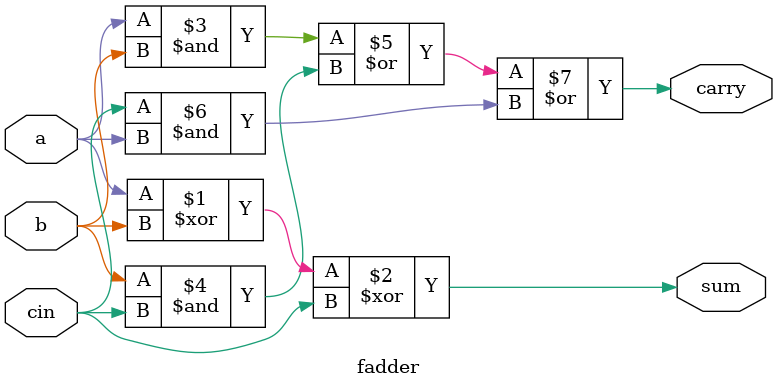
<source format=v>
module top_module( 
    input [99:0] a, b,
    input cin,
    output [99:0] cout,
    output [99:0] sum );

    genvar i;
    
    fadder FA1(a[0], b[0], cin, sum[0], cout[0]);
    
    //this is a generte block
    //The loop generate construct provides an easy and concise method to create multiple instances 
    //of module items such as module instances, assign statements, assertions, interface instances 
    //In essence generate block is a special type of for loop with the loop index variable of datatype genvar.
    generate
        for (i=1; i<100; i=i+1) begin : Full_adder_block
            fadder FA(a[i], b[i], cout[i-1], sum[i], cout[i]);
        end
    endgenerate
endmodule

module fadder (
    input a,b,cin,
    output sum,carry
);

	assign sum = a ^ b ^ cin;
	assign carry = (a & b) | (b & cin)  | (cin & a) ;

endmodule
</source>
